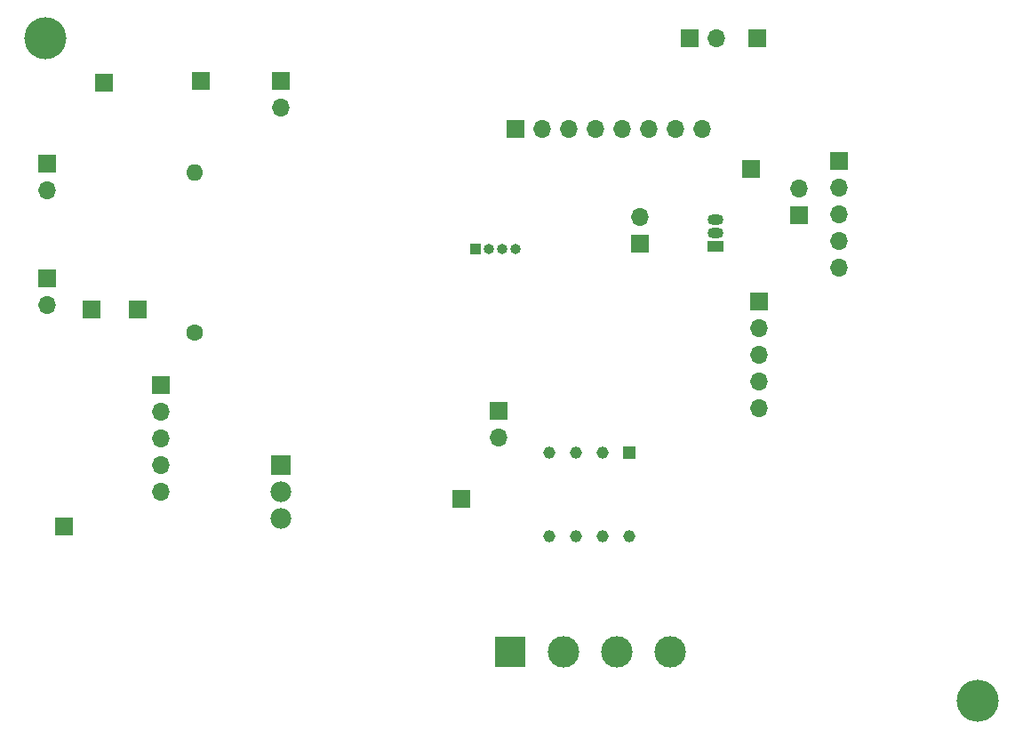
<source format=gbs>
%TF.GenerationSoftware,KiCad,Pcbnew,(5.1.12)-1*%
%TF.CreationDate,2022-08-06T16:21:54+02:00*%
%TF.ProjectId,PrototypV1_rx,50726f74-6f74-4797-9056-315f72782e6b,rev?*%
%TF.SameCoordinates,Original*%
%TF.FileFunction,Soldermask,Bot*%
%TF.FilePolarity,Negative*%
%FSLAX46Y46*%
G04 Gerber Fmt 4.6, Leading zero omitted, Abs format (unit mm)*
G04 Created by KiCad (PCBNEW (5.1.12)-1) date 2022-08-06 16:21:54*
%MOMM*%
%LPD*%
G01*
G04 APERTURE LIST*
%ADD10C,4.000000*%
%ADD11O,4.000000X4.000000*%
%ADD12R,1.700000X1.700000*%
%ADD13O,1.700000X1.700000*%
%ADD14R,1.500000X1.050000*%
%ADD15O,1.500000X1.050000*%
%ADD16O,1.600000X1.600000*%
%ADD17C,1.600000*%
%ADD18C,3.000000*%
%ADD19R,3.000000X3.000000*%
%ADD20O,1.000000X1.000000*%
%ADD21R,1.000000X1.000000*%
%ADD22C,1.980000*%
%ADD23R,1.980000X1.980000*%
%ADD24C,1.160000*%
%ADD25R,1.160000X1.160000*%
G04 APERTURE END LIST*
D10*
X17600000Y-89000000D03*
D11*
X106400000Y-152000000D03*
D12*
X32400000Y-93000000D03*
X85400000Y-89000000D03*
X57200000Y-132800000D03*
D13*
X60800000Y-126940000D03*
D12*
X60800000Y-124400000D03*
D13*
X89400000Y-103260000D03*
D12*
X89400000Y-105800000D03*
D13*
X81540000Y-89000000D03*
D12*
X79000000Y-89000000D03*
D13*
X40000000Y-95540000D03*
D12*
X40000000Y-93000000D03*
X23200000Y-93200000D03*
X26400000Y-114800000D03*
X22000000Y-114800000D03*
X84800000Y-101400000D03*
X19400000Y-135400000D03*
D13*
X74200000Y-106000000D03*
D12*
X74200000Y-108540000D03*
D13*
X17800000Y-114340000D03*
D12*
X17800000Y-111800000D03*
D14*
X81400000Y-108800000D03*
D15*
X81400000Y-106260000D03*
X81400000Y-107530000D03*
D16*
X31800000Y-101760000D03*
D17*
X31800000Y-117000000D03*
D13*
X17800000Y-103400000D03*
D12*
X17800000Y-100860000D03*
D13*
X85600000Y-124160000D03*
X85600000Y-121620000D03*
X85600000Y-119080000D03*
X85600000Y-116540000D03*
D12*
X85600000Y-114000000D03*
D13*
X28600000Y-132160000D03*
X28600000Y-129620000D03*
X28600000Y-127080000D03*
X28600000Y-124540000D03*
D12*
X28600000Y-122000000D03*
D18*
X77080000Y-147400000D03*
D19*
X61840000Y-147400000D03*
D18*
X72000000Y-147400000D03*
X66920000Y-147400000D03*
D13*
X93200000Y-110760000D03*
X93200000Y-108220000D03*
X93200000Y-105680000D03*
X93200000Y-103140000D03*
D12*
X93200000Y-100600000D03*
D20*
X62410000Y-109000000D03*
X61140000Y-109000000D03*
X59870000Y-109000000D03*
D21*
X58600000Y-109000000D03*
D13*
X80180000Y-97600000D03*
X77640000Y-97600000D03*
X75100000Y-97600000D03*
X72560000Y-97600000D03*
X70020000Y-97600000D03*
X67480000Y-97600000D03*
X64940000Y-97600000D03*
D12*
X62400000Y-97600000D03*
D22*
X40000000Y-134700000D03*
X40000000Y-132150000D03*
D23*
X40000000Y-129600000D03*
D24*
X73210000Y-136370000D03*
X70670000Y-136370000D03*
X68130000Y-136370000D03*
X65590000Y-136370000D03*
X65590000Y-128430000D03*
X68130000Y-128430000D03*
X70670000Y-128430000D03*
D25*
X73210000Y-128430000D03*
M02*

</source>
